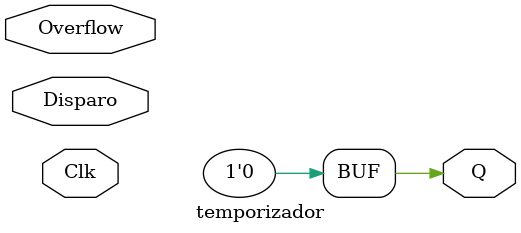
<source format=v>
module temporizador 
(
	output Q = 1'b0,
	input Clk,
	input Disparo,
	input [27:0] Overflow
);
	reg [27:0] cnt = 0;
	
	always @(posedge Clk)	 
	begin
		if ((Disparo) && (cnt == 0)) 
			cnt <= Overflow;
		else if ((!Disparo) && (cnt == 0)) cnt <= 0;
		else cnt <= cnt - 1'b1;
	end
	
	assign Q = (cnt != 0) ? 1'b1 : 1'b0;

endmodule
</source>
